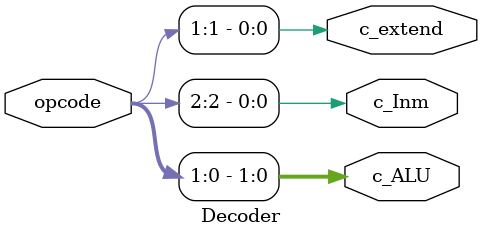
<source format=v>
module Decoder(
  input [3:0] opcode,
  output [1:0] c_ALU,
  output c_Inm, c_extend
);
  wire [1:0] c_ALU;
  wire c_Inm, c_extend;
  
  assign c_ALU = opcode[1:0];
  assign c_Inm = opcode[2];
  assign c_extend = opcode[1] & opcode[1];
  
endmodule
</source>
